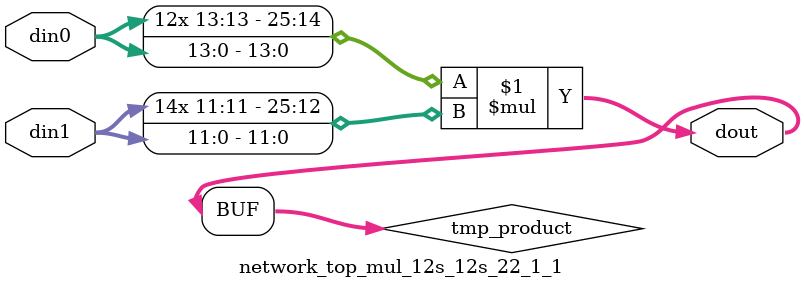
<source format=v>

`timescale 1 ns / 1 ps

  module network_top_mul_12s_12s_22_1_1(din0, din1, dout);
parameter ID = 1;
parameter NUM_STAGE = 0;
parameter din0_WIDTH = 14;
parameter din1_WIDTH = 12;
parameter dout_WIDTH = 26;

input [din0_WIDTH - 1 : 0] din0; 
input [din1_WIDTH - 1 : 0] din1; 
output [dout_WIDTH - 1 : 0] dout;

wire signed [dout_WIDTH - 1 : 0] tmp_product;













assign tmp_product = $signed(din0) * $signed(din1);








assign dout = tmp_product;







endmodule

</source>
